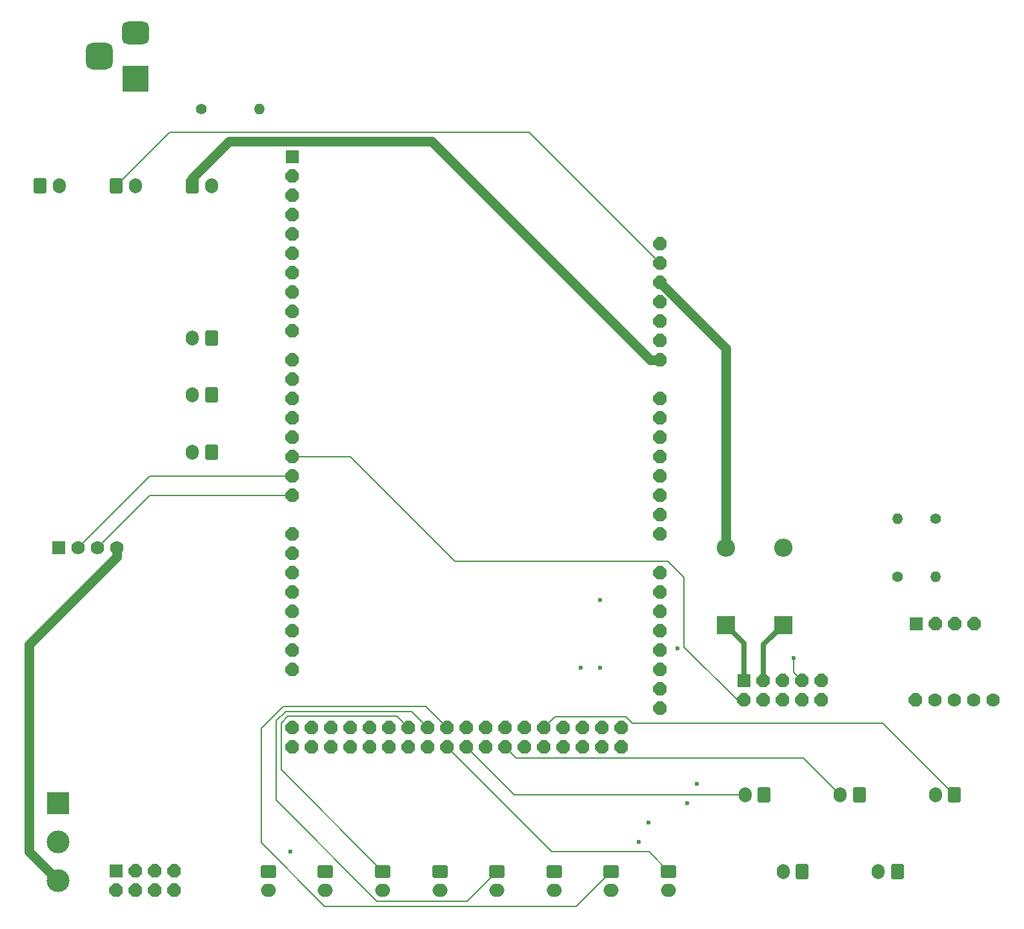
<source format=gbr>
%TF.GenerationSoftware,KiCad,Pcbnew,8.0.4*%
%TF.CreationDate,2024-09-07T12:51:51-06:00*%
%TF.ProjectId,main,6d61696e-2e6b-4696-9361-645f70636258,rev?*%
%TF.SameCoordinates,Original*%
%TF.FileFunction,Copper,L3,Inr*%
%TF.FilePolarity,Positive*%
%FSLAX46Y46*%
G04 Gerber Fmt 4.6, Leading zero omitted, Abs format (unit mm)*
G04 Created by KiCad (PCBNEW 8.0.4) date 2024-09-07 12:51:51*
%MOMM*%
%LPD*%
G01*
G04 APERTURE LIST*
G04 Aperture macros list*
%AMRoundRect*
0 Rectangle with rounded corners*
0 $1 Rounding radius*
0 $2 $3 $4 $5 $6 $7 $8 $9 X,Y pos of 4 corners*
0 Add a 4 corners polygon primitive as box body*
4,1,4,$2,$3,$4,$5,$6,$7,$8,$9,$2,$3,0*
0 Add four circle primitives for the rounded corners*
1,1,$1+$1,$2,$3*
1,1,$1+$1,$4,$5*
1,1,$1+$1,$6,$7*
1,1,$1+$1,$8,$9*
0 Add four rect primitives between the rounded corners*
20,1,$1+$1,$2,$3,$4,$5,0*
20,1,$1+$1,$4,$5,$6,$7,0*
20,1,$1+$1,$6,$7,$8,$9,0*
20,1,$1+$1,$8,$9,$2,$3,0*%
%AMOutline5P*
0 Free polygon, 5 corners , with rotation*
0 The origin of the aperture is its center*
0 number of corners: always 5*
0 $1 to $10 corner X, Y*
0 $11 Rotation angle, in degrees counterclockwise*
0 create outline with 5 corners*
4,1,5,$1,$2,$3,$4,$5,$6,$7,$8,$9,$10,$1,$2,$11*%
%AMOutline6P*
0 Free polygon, 6 corners , with rotation*
0 The origin of the aperture is its center*
0 number of corners: always 6*
0 $1 to $12 corner X, Y*
0 $13 Rotation angle, in degrees counterclockwise*
0 create outline with 6 corners*
4,1,6,$1,$2,$3,$4,$5,$6,$7,$8,$9,$10,$11,$12,$1,$2,$13*%
%AMOutline7P*
0 Free polygon, 7 corners , with rotation*
0 The origin of the aperture is its center*
0 number of corners: always 7*
0 $1 to $14 corner X, Y*
0 $15 Rotation angle, in degrees counterclockwise*
0 create outline with 7 corners*
4,1,7,$1,$2,$3,$4,$5,$6,$7,$8,$9,$10,$11,$12,$13,$14,$1,$2,$15*%
%AMOutline8P*
0 Free polygon, 8 corners , with rotation*
0 The origin of the aperture is its center*
0 number of corners: always 8*
0 $1 to $16 corner X, Y*
0 $17 Rotation angle, in degrees counterclockwise*
0 create outline with 8 corners*
4,1,8,$1,$2,$3,$4,$5,$6,$7,$8,$9,$10,$11,$12,$13,$14,$15,$16,$1,$2,$17*%
G04 Aperture macros list end*
%TA.AperFunction,ComponentPad*%
%ADD10R,1.778000X1.778000*%
%TD*%
%TA.AperFunction,ComponentPad*%
%ADD11Outline8P,-0.889000X0.368236X-0.368236X0.889000X0.368236X0.889000X0.889000X0.368236X0.889000X-0.368236X0.368236X-0.889000X-0.368236X-0.889000X-0.889000X-0.368236X0.000000*%
%TD*%
%TA.AperFunction,ComponentPad*%
%ADD12R,3.500000X3.500000*%
%TD*%
%TA.AperFunction,ComponentPad*%
%ADD13RoundRect,0.750000X-1.000000X0.750000X-1.000000X-0.750000X1.000000X-0.750000X1.000000X0.750000X0*%
%TD*%
%TA.AperFunction,ComponentPad*%
%ADD14RoundRect,0.875000X-0.875000X0.875000X-0.875000X-0.875000X0.875000X-0.875000X0.875000X0.875000X0*%
%TD*%
%TA.AperFunction,ComponentPad*%
%ADD15C,1.400000*%
%TD*%
%TA.AperFunction,ComponentPad*%
%ADD16O,1.400000X1.400000*%
%TD*%
%TA.AperFunction,ComponentPad*%
%ADD17RoundRect,0.250000X-0.600000X-0.750000X0.600000X-0.750000X0.600000X0.750000X-0.600000X0.750000X0*%
%TD*%
%TA.AperFunction,ComponentPad*%
%ADD18O,1.700000X2.000000*%
%TD*%
%TA.AperFunction,ComponentPad*%
%ADD19RoundRect,0.250000X0.600000X0.750000X-0.600000X0.750000X-0.600000X-0.750000X0.600000X-0.750000X0*%
%TD*%
%TA.AperFunction,ComponentPad*%
%ADD20C,1.778000*%
%TD*%
%TA.AperFunction,ComponentPad*%
%ADD21R,2.400000X2.400000*%
%TD*%
%TA.AperFunction,ComponentPad*%
%ADD22O,2.400000X2.400000*%
%TD*%
%TA.AperFunction,ComponentPad*%
%ADD23R,3.000000X3.000000*%
%TD*%
%TA.AperFunction,ComponentPad*%
%ADD24C,3.000000*%
%TD*%
%TA.AperFunction,ComponentPad*%
%ADD25Outline8P,-0.889000X0.368236X-0.368236X0.889000X0.368236X0.889000X0.889000X0.368236X0.889000X-0.368236X0.368236X-0.889000X-0.368236X-0.889000X-0.889000X-0.368236X180.000000*%
%TD*%
%TA.AperFunction,ComponentPad*%
%ADD26RoundRect,0.250000X-0.750000X0.600000X-0.750000X-0.600000X0.750000X-0.600000X0.750000X0.600000X0*%
%TD*%
%TA.AperFunction,ComponentPad*%
%ADD27O,2.000000X1.700000*%
%TD*%
%TA.AperFunction,ViaPad*%
%ADD28C,0.600000*%
%TD*%
%TA.AperFunction,Conductor*%
%ADD29C,1.270000*%
%TD*%
%TA.AperFunction,Conductor*%
%ADD30C,0.200000*%
%TD*%
%TA.AperFunction,Conductor*%
%ADD31C,0.635000*%
%TD*%
G04 APERTURE END LIST*
D10*
%TO.N,Net-(R2-Pad1)*%
%TO.C,U$2*%
X184960000Y-125000000D03*
D11*
%TO.N,Net-(R3-Pad2)*%
X187500000Y-125000000D03*
%TO.N,GND*%
X190040000Y-125000000D03*
%TO.N,/5V*%
X192580000Y-125000000D03*
%TD*%
D12*
%TO.N,/RAW_IN*%
%TO.C,J1*%
X82500000Y-53500000D03*
D13*
%TO.N,unconnected-(J1-Pad2)*%
X82500000Y-47500000D03*
D14*
%TO.N,GND*%
X77800000Y-50500000D03*
%TD*%
D15*
%TO.N,Net-(R2-Pad1)*%
%TO.C,R2*%
X182500000Y-118810000D03*
D16*
%TO.N,/5V*%
X182500000Y-111190000D03*
%TD*%
D17*
%TO.N,/5V*%
%TO.C,POWER_LED0*%
X90000000Y-67500000D03*
D18*
%TO.N,Net-(POWER_LED0B-S)*%
X92500000Y-67500000D03*
%TD*%
D19*
%TO.N,Net-(JACK_CON3A-S)*%
%TO.C,JACK_CON3*%
X177500000Y-147500000D03*
D18*
%TO.N,Net-(JACK_CON3B-S)*%
X175000000Y-147500000D03*
%TD*%
D19*
%TO.N,Net-(JACK_CON1A-S)*%
%TO.C,JACK_CON1*%
X165000000Y-147500000D03*
D18*
%TO.N,Net-(JACK_CON1B-S)*%
X162500000Y-147500000D03*
%TD*%
D10*
%TO.N,/5V*%
%TO.C,U1*%
X72460000Y-115000000D03*
D20*
%TO.N,Net-(U1-TXD)*%
X75000000Y-115000000D03*
%TO.N,Net-(U1-RXD)*%
X77540000Y-115000000D03*
%TO.N,GND*%
X80080000Y-115000000D03*
%TD*%
D10*
%TO.N,Net-(D2-K)*%
%TO.C,U$3*%
X162380000Y-132460000D03*
D11*
%TO.N,Net-(D1-K)*%
X164920000Y-132460000D03*
%TO.N,GND*%
X167460000Y-132460000D03*
%TO.N,/MISO*%
X172540000Y-135000000D03*
%TO.N,/MOSI*%
X172540000Y-132460000D03*
%TO.N,/SCK*%
X170000000Y-132460000D03*
%TO.N,/D48*%
X170000000Y-135000000D03*
%TO.N,/D2*%
X162380000Y-135000000D03*
%TO.N,/D53*%
X167460000Y-135000000D03*
%TO.N,Net-(U$1-PadD49)*%
X164920000Y-135000000D03*
%TD*%
D19*
%TO.N,Net-(SECTION_2_BUTTON0A-KL)*%
%TO.C,SECTION_2_BUTTON0*%
X92500000Y-95000000D03*
D18*
%TO.N,GND*%
X90000000Y-95000000D03*
%TD*%
D17*
%TO.N,/RESET*%
%TO.C,RESET0*%
X80000000Y-67500000D03*
D18*
%TO.N,GND*%
X82500000Y-67500000D03*
%TD*%
D17*
%TO.N,/RAW_IN*%
%TO.C,PWR_IN0*%
X70000000Y-67500000D03*
D18*
%TO.N,/5V*%
X72500000Y-67500000D03*
%TD*%
D21*
%TO.N,Net-(D2-K)*%
%TO.C,D2*%
X160000000Y-125160000D03*
D22*
%TO.N,/3V3*%
X160000000Y-115000000D03*
%TD*%
D19*
%TO.N,Net-(JACK_CON5A-S)*%
%TO.C,JACK_CON5*%
X190000000Y-147500000D03*
D18*
%TO.N,Net-(JACK_CON5B-S)*%
X187500000Y-147500000D03*
%TD*%
D15*
%TO.N,Net-(POWER_LED0B-S)*%
%TO.C,R1*%
X91190000Y-57500000D03*
D16*
%TO.N,GND*%
X98810000Y-57500000D03*
%TD*%
D10*
%TO.N,Net-(U$1-PadD22)*%
%TO.C,U$4*%
X79960000Y-157460000D03*
D11*
%TO.N,Net-(U$1-PadD23)*%
X82500000Y-157460000D03*
%TO.N,Net-(U$1-PadD24)*%
X85040000Y-157460000D03*
%TO.N,Net-(U$1-PadD25)*%
X87580000Y-157460000D03*
%TO.N,Net-(U$1-PadD26)*%
X79960000Y-160000000D03*
%TO.N,Net-(U$1-PadD27)*%
X82500000Y-160000000D03*
%TO.N,Net-(U$1-PadD28)*%
X85040000Y-160000000D03*
%TO.N,/D29*%
X87580000Y-160000000D03*
%TD*%
D23*
%TO.N,/5V*%
%TO.C,X1*%
X72390000Y-148590000D03*
D24*
%TO.N,Net-(X1B-KL)*%
X72390000Y-153670000D03*
%TO.N,GND*%
X72390000Y-158750000D03*
%TD*%
D25*
%TO.N,/3V3*%
%TO.C,U$1*%
X151328500Y-80210000D03*
%TO.N,Net-(U$1-5V-Pad5V@1)*%
X151328500Y-82750000D03*
X103068500Y-138630000D03*
X103068500Y-141170000D03*
%TO.N,unconnected-(U$1-PadA0)*%
X151328500Y-95450000D03*
%TO.N,unconnected-(U$1-PadA1)*%
X151328500Y-97990000D03*
%TO.N,unconnected-(U$1-PadA2)*%
X151328500Y-100530000D03*
%TO.N,unconnected-(U$1-PadA3)*%
X151328500Y-103070000D03*
%TO.N,unconnected-(U$1-PadA4)*%
X151328500Y-105610000D03*
%TO.N,unconnected-(U$1-PadA5)*%
X151328500Y-108150000D03*
%TO.N,unconnected-(U$1-PadA6)*%
X151328500Y-110690000D03*
%TO.N,unconnected-(U$1-PadA7)*%
X151328500Y-113230000D03*
%TO.N,unconnected-(U$1-PadA8)*%
X151328500Y-118310000D03*
%TO.N,unconnected-(U$1-PadA9)*%
X151328500Y-120850000D03*
%TO.N,unconnected-(U$1-PadA10)*%
X151328500Y-123390000D03*
%TO.N,unconnected-(U$1-PadA11)*%
X151328500Y-125930000D03*
%TO.N,unconnected-(U$1-PadA12)*%
X151328500Y-128470000D03*
%TO.N,unconnected-(U$1-PadA13)*%
X151328500Y-131010000D03*
%TO.N,unconnected-(U$1-PadA14)*%
X151328500Y-133550000D03*
%TO.N,unconnected-(U$1-PadA15)*%
X151328500Y-136090000D03*
%TO.N,unconnected-(U$1-PadAREF)*%
X103068500Y-68780000D03*
%TO.N,Net-(U1-RXD)*%
X103068500Y-108150000D03*
%TO.N,Net-(U1-TXD)*%
X103068500Y-105610000D03*
%TO.N,/D2*%
X103068500Y-103070000D03*
%TO.N,unconnected-(U$1-PadD3)*%
X103068500Y-100530000D03*
%TO.N,Net-(R2-Pad1)*%
X103068500Y-97990000D03*
%TO.N,Net-(R3-Pad2)*%
X103068500Y-95450000D03*
%TO.N,unconnected-(U$1-PadD6)*%
X103068500Y-92910000D03*
%TO.N,unconnected-(U$1-PadD7)*%
X103068500Y-90370000D03*
%TO.N,Net-(X1B-KL)*%
X103068500Y-86560000D03*
%TO.N,Net-(SECTION_1_BUTTON0A-KL)*%
X103068500Y-84020000D03*
%TO.N,Net-(SECTION_2_BUTTON0A-KL)*%
X103068500Y-81480000D03*
%TO.N,Net-(SECTION_3_BUTTON0A-KL)*%
X103068500Y-78940000D03*
%TO.N,unconnected-(U$1-PadD12)*%
X103068500Y-76400000D03*
%TO.N,unconnected-(U$1-PadD13)*%
X103068500Y-73860000D03*
%TO.N,unconnected-(U$1-PadD14)*%
X103068500Y-113230000D03*
%TO.N,unconnected-(U$1-PadD15)*%
X103068500Y-115770000D03*
%TO.N,unconnected-(U$1-PadD16)*%
X103068500Y-118310000D03*
%TO.N,unconnected-(U$1-PadD17)*%
X103068500Y-120850000D03*
%TO.N,unconnected-(U$1-PadD18)*%
X103068500Y-123390000D03*
%TO.N,unconnected-(U$1-PadD19)*%
X103068500Y-125930000D03*
%TO.N,Net-(U$1-PadD20)*%
X103068500Y-128470000D03*
%TO.N,/D21*%
X103068500Y-131010000D03*
%TO.N,Net-(U$1-PadD22)*%
X105608500Y-138630000D03*
%TO.N,Net-(U$1-PadD23)*%
X105608500Y-141170000D03*
%TO.N,Net-(U$1-PadD24)*%
X108148500Y-138630000D03*
%TO.N,Net-(U$1-PadD25)*%
X108148500Y-141170000D03*
%TO.N,Net-(U$1-PadD26)*%
X110688500Y-138630000D03*
%TO.N,Net-(U$1-PadD27)*%
X110688500Y-141170000D03*
%TO.N,Net-(U$1-PadD28)*%
X113228500Y-138630000D03*
%TO.N,/D29*%
X113228500Y-141170000D03*
%TO.N,Net-(SW1A-S)*%
X115768500Y-138630000D03*
%TO.N,Net-(SW2A-S)*%
X115768500Y-141170000D03*
%TO.N,Net-(SW3A-S)*%
X118308500Y-138630000D03*
%TO.N,Net-(SW4A-S)*%
X118308500Y-141170000D03*
%TO.N,Net-(SW5A-S)*%
X120848500Y-138630000D03*
%TO.N,Net-(SW6A-S)*%
X120848500Y-141170000D03*
%TO.N,Net-(SW7A-S)*%
X123388500Y-138630000D03*
%TO.N,Net-(SW8A-S)*%
X123388500Y-141170000D03*
%TO.N,Net-(JACK_CON1A-S)*%
X125928500Y-138630000D03*
%TO.N,Net-(JACK_CON1B-S)*%
X125928500Y-141170000D03*
%TO.N,Net-(JACK_CON2A-S)*%
X128468500Y-138630000D03*
%TO.N,Net-(JACK_CON2B-S)*%
X128468500Y-141170000D03*
%TO.N,Net-(JACK_CON3A-S)*%
X131008500Y-138630000D03*
%TO.N,Net-(JACK_CON3B-S)*%
X131008500Y-141170000D03*
%TO.N,Net-(JACK_CON4A-S)*%
X133548500Y-138630000D03*
%TO.N,Net-(JACK_CON4B-S)*%
X133548500Y-141170000D03*
%TO.N,Net-(JACK_CON5A-S)*%
X136088500Y-138630000D03*
%TO.N,Net-(JACK_CON5B-S)*%
X136088500Y-141170000D03*
%TO.N,/D48*%
X138628500Y-138630000D03*
%TO.N,Net-(U$1-PadD49)*%
X138628500Y-141170000D03*
%TO.N,/MISO*%
X141168500Y-138630000D03*
%TO.N,/MOSI*%
X141168500Y-141170000D03*
%TO.N,/SCK*%
X143708500Y-138630000D03*
%TO.N,/D53*%
X143708500Y-141170000D03*
%TO.N,GND*%
X103068500Y-71320000D03*
X151328500Y-87830000D03*
X151328500Y-85290000D03*
X146248500Y-138630000D03*
X146248500Y-141170000D03*
%TO.N,unconnected-(U$1-PadIOREF)*%
X151328500Y-75130000D03*
%TO.N,/RESET*%
X151328500Y-77670000D03*
D10*
%TO.N,unconnected-(U$1-PadSCL)*%
X103068500Y-63700000D03*
D25*
%TO.N,unconnected-(U$1-PadSDA)*%
X103068500Y-66240000D03*
%TO.N,/5V*%
X151328500Y-90370000D03*
%TD*%
D19*
%TO.N,Net-(JACK_CON2A-S)*%
%TO.C,JACK_CON2*%
X170000000Y-157500000D03*
D18*
%TO.N,Net-(JACK_CON2B-S)*%
X167500000Y-157500000D03*
%TD*%
D19*
%TO.N,Net-(SECTION_1_BUTTON0A-KL)*%
%TO.C,SECTION_1_BUTTON0*%
X92500000Y-102500000D03*
D18*
%TO.N,GND*%
X90000000Y-102500000D03*
%TD*%
D19*
%TO.N,Net-(JACK_CON4A-S)*%
%TO.C,JACK_CON4*%
X182500000Y-157500000D03*
D18*
%TO.N,Net-(JACK_CON4B-S)*%
X180000000Y-157500000D03*
%TD*%
D15*
%TO.N,/5V*%
%TO.C,R3*%
X187500000Y-111190000D03*
D16*
%TO.N,Net-(R3-Pad2)*%
X187500000Y-118810000D03*
%TD*%
D20*
%TO.N,/5V*%
%TO.C,U$5*%
X192500000Y-135000000D03*
D11*
%TO.N,/D21*%
X184880000Y-135000000D03*
D20*
%TO.N,Net-(U$1-PadD20)*%
X187420000Y-135000000D03*
%TO.N,GND*%
X195040000Y-135000000D03*
%TO.N,unconnected-(U$5-PadSW)*%
X189960000Y-135000000D03*
%TD*%
D19*
%TO.N,Net-(SECTION_3_BUTTON0A-KL)*%
%TO.C,SECTION_3_BUTTON0*%
X92500000Y-87500000D03*
D18*
%TO.N,GND*%
X90000000Y-87500000D03*
%TD*%
D21*
%TO.N,Net-(D1-K)*%
%TO.C,D1*%
X167500000Y-125160000D03*
D22*
%TO.N,/5V*%
X167500000Y-115000000D03*
%TD*%
D26*
%TO.N,Net-(SW1A-S)*%
%TO.C,SW1*%
X99950000Y-157500000D03*
D27*
%TO.N,GND*%
X99950000Y-160000000D03*
%TD*%
D26*
%TO.N,Net-(SW3A-S)*%
%TO.C,SW3*%
X114950000Y-157500000D03*
D27*
%TO.N,GND*%
X114950000Y-160000000D03*
%TD*%
D26*
%TO.N,Net-(SW5A-S)*%
%TO.C,SW5*%
X129950000Y-157500000D03*
D27*
%TO.N,GND*%
X129950000Y-160000000D03*
%TD*%
D26*
%TO.N,Net-(SW6A-S)*%
%TO.C,SW6*%
X137500000Y-157500000D03*
D27*
%TO.N,GND*%
X137500000Y-160000000D03*
%TD*%
D26*
%TO.N,Net-(SW7A-S)*%
%TO.C,SW7*%
X144950000Y-157500000D03*
D27*
%TO.N,GND*%
X144950000Y-160000000D03*
%TD*%
D26*
%TO.N,Net-(SW2A-S)*%
%TO.C,SW2*%
X107450000Y-157500000D03*
D27*
%TO.N,GND*%
X107450000Y-160000000D03*
%TD*%
D26*
%TO.N,Net-(SW8A-S)*%
%TO.C,SW8*%
X152450000Y-157500000D03*
D27*
%TO.N,GND*%
X152450000Y-160000000D03*
%TD*%
D26*
%TO.N,Net-(SW4A-S)*%
%TO.C,SW4*%
X122450000Y-157500000D03*
D27*
%TO.N,GND*%
X122450000Y-160000000D03*
%TD*%
D28*
%TO.N,/SCK*%
X168910000Y-129540000D03*
X143510000Y-121920000D03*
%TO.N,/MOSI*%
X154940000Y-148590000D03*
%TO.N,/D53*%
X156210000Y-146050000D03*
%TO.N,Net-(U$1-PadD49)*%
X149860000Y-151130000D03*
%TO.N,/SCK*%
X143510000Y-130810000D03*
%TO.N,/MISO*%
X140970000Y-130810000D03*
%TO.N,/D48*%
X153670000Y-128270000D03*
%TO.N,Net-(JACK_CON5B-S)*%
X148590000Y-153670000D03*
%TO.N,Net-(U$1-5V-Pad5V@1)*%
X102870000Y-154940000D03*
%TD*%
D29*
%TO.N,GND*%
X68580000Y-127757235D02*
X68580000Y-154940000D01*
X68580000Y-154940000D02*
X72390000Y-158750000D01*
X80080000Y-116257235D02*
X68580000Y-127757235D01*
X80080000Y-115000000D02*
X80080000Y-116257235D01*
D30*
%TO.N,/SCK*%
X168910000Y-131370000D02*
X170000000Y-132460000D01*
X168910000Y-129540000D02*
X168910000Y-131370000D01*
%TO.N,Net-(U$1-PadD49)*%
X138430000Y-140971500D02*
X138430000Y-140970000D01*
X138628500Y-141170000D02*
X138430000Y-140971500D01*
%TO.N,/D2*%
X152400000Y-116840000D02*
X124460000Y-116840000D01*
X154527200Y-118967200D02*
X152400000Y-116840000D01*
X154527200Y-128036200D02*
X154527200Y-118967200D01*
X161491000Y-135000000D02*
X154527200Y-128036200D01*
X162380000Y-135000000D02*
X161491000Y-135000000D01*
X124460000Y-116840000D02*
X110690000Y-103070000D01*
X110690000Y-103070000D02*
X103068500Y-103070000D01*
%TO.N,Net-(JACK_CON1A-S)*%
X165000000Y-147420000D02*
X165100000Y-147320000D01*
X165000000Y-147500000D02*
X165000000Y-147420000D01*
%TO.N,Net-(JACK_CON5A-S)*%
X146847536Y-137183800D02*
X137534700Y-137183800D01*
X137534700Y-137183800D02*
X136088500Y-138630000D01*
X180530964Y-138030964D02*
X147694700Y-138030964D01*
X190000000Y-147500000D02*
X180530964Y-138030964D01*
X147694700Y-138030964D02*
X146847536Y-137183800D01*
%TO.N,Net-(JACK_CON3B-S)*%
X170116200Y-142616200D02*
X175000000Y-147500000D01*
X132454700Y-142616200D02*
X170116200Y-142616200D01*
X131008500Y-141170000D02*
X132454700Y-142616200D01*
%TO.N,Net-(JACK_CON2B-S)*%
X128468500Y-141168500D02*
X128270000Y-140970000D01*
X128468500Y-141170000D02*
X128468500Y-141168500D01*
%TO.N,Net-(JACK_CON1B-S)*%
X132258500Y-147500000D02*
X162500000Y-147500000D01*
X125928500Y-141170000D02*
X132258500Y-147500000D01*
%TO.N,Net-(SW8A-S)*%
X149890000Y-154940000D02*
X152450000Y-157500000D01*
X137160000Y-154940000D02*
X149890000Y-154940000D01*
X128270000Y-146050000D02*
X137160000Y-154940000D01*
X128268500Y-146050000D02*
X128270000Y-146050000D01*
D29*
%TO.N,/3V3*%
X160000000Y-88881500D02*
X151328500Y-80210000D01*
X160000000Y-115000000D02*
X160000000Y-88881500D01*
D31*
%TO.N,Net-(D1-K)*%
X164920000Y-132460000D02*
X164920000Y-127740000D01*
X164920000Y-127740000D02*
X167500000Y-125160000D01*
%TO.N,Net-(D2-K)*%
X162380000Y-127540000D02*
X160000000Y-125160000D01*
X162380000Y-132460000D02*
X162380000Y-127540000D01*
D30*
%TO.N,Net-(SW7A-S)*%
X99060000Y-138734420D02*
X101948820Y-135845600D01*
X99060000Y-153750081D02*
X99060000Y-138734420D01*
X120604100Y-135845600D02*
X123388500Y-138630000D01*
X107374319Y-162064400D02*
X99060000Y-153750081D01*
X101948820Y-135845600D02*
X120604100Y-135845600D01*
X140385600Y-162064400D02*
X107374319Y-162064400D01*
X144950000Y-157500000D02*
X140385600Y-162064400D01*
%TO.N,Net-(SW5A-S)*%
X120848500Y-138628500D02*
X120848500Y-138630000D01*
X100965100Y-148155181D02*
X100965100Y-137758742D01*
X100965100Y-137758742D02*
X102221042Y-136502800D01*
X114217119Y-161407200D02*
X100965100Y-148155181D01*
X118722800Y-136502800D02*
X120848500Y-138628500D01*
X126042800Y-161407200D02*
X114217119Y-161407200D01*
X102221042Y-136502800D02*
X118722800Y-136502800D01*
X129950000Y-157500000D02*
X126042800Y-161407200D01*
%TO.N,Net-(SW3A-S)*%
X116838500Y-137160000D02*
X118308500Y-138630000D01*
X102493264Y-137160000D02*
X116838500Y-137160000D01*
X101622300Y-144172300D02*
X101622300Y-138030964D01*
X114950000Y-157500000D02*
X101622300Y-144172300D01*
X101622300Y-138030964D02*
X102493264Y-137160000D01*
%TO.N,Net-(SW8A-S)*%
X128268500Y-146050000D02*
X123388500Y-141170000D01*
%TO.N,Net-(U1-RXD)*%
X84390000Y-108150000D02*
X103068500Y-108150000D01*
X77540000Y-115000000D02*
X84390000Y-108150000D01*
%TO.N,Net-(U1-TXD)*%
X84390000Y-105610000D02*
X75000000Y-115000000D01*
X103068500Y-105610000D02*
X84390000Y-105610000D01*
%TO.N,/RESET*%
X134185100Y-60526600D02*
X151328500Y-77670000D01*
X86973400Y-60526600D02*
X134185100Y-60526600D01*
X80000000Y-67500000D02*
X86973400Y-60526600D01*
D29*
%TO.N,/5V*%
X121408800Y-61718800D02*
X150060000Y-90370000D01*
X90000000Y-66500000D02*
X94781200Y-61718800D01*
X150060000Y-90370000D02*
X151328500Y-90370000D01*
X90000000Y-67500000D02*
X90000000Y-66500000D01*
X94781200Y-61718800D02*
X121408800Y-61718800D01*
%TD*%
M02*

</source>
